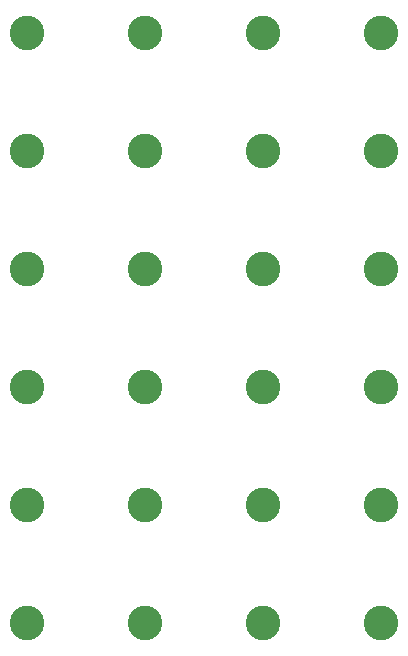
<source format=gbs>
%TF.GenerationSoftware,KiCad,Pcbnew,8.0.8*%
%TF.CreationDate,2025-02-10T21:29:40+00:00*%
%TF.ProjectId,ec30_4x6_jacplane_0.1,65633330-5f34-4783-965f-6a6163706c61,0.1*%
%TF.SameCoordinates,PX8b3c880PY623a7c0*%
%TF.FileFunction,Soldermask,Bot*%
%TF.FilePolarity,Negative*%
%FSLAX46Y46*%
G04 Gerber Fmt 4.6, Leading zero omitted, Abs format (unit mm)*
G04 Created by KiCad (PCBNEW 8.0.8) date 2025-02-10 21:29:40*
%MOMM*%
%LPD*%
G01*
G04 APERTURE LIST*
%ADD10C,2.930000*%
G04 APERTURE END LIST*
D10*
%TO.C,J202*%
X5000000Y5000000D03*
%TD*%
%TO.C,J000*%
X-15000000Y25000000D03*
%TD*%
%TO.C,J201*%
X-5000000Y5000000D03*
%TD*%
%TO.C,J500*%
X-15000000Y-25000000D03*
%TD*%
%TO.C,J400*%
X-15000000Y-15000000D03*
%TD*%
%TO.C,J101*%
X-5000000Y15000000D03*
%TD*%
%TO.C,J403*%
X15000000Y-15000000D03*
%TD*%
%TO.C,J303*%
X15000000Y-5000000D03*
%TD*%
%TO.C,J301*%
X-5000000Y-5000000D03*
%TD*%
%TO.C,J001*%
X-5000000Y25000000D03*
%TD*%
%TO.C,J401*%
X-5000000Y-15000000D03*
%TD*%
%TO.C,J103*%
X15000000Y15000000D03*
%TD*%
%TO.C,J002*%
X5000000Y25000000D03*
%TD*%
%TO.C,J003*%
X15000000Y25000000D03*
%TD*%
%TO.C,J300*%
X-15000000Y-5000000D03*
%TD*%
%TO.C,J102*%
X5000000Y15000000D03*
%TD*%
%TO.C,J502*%
X5000000Y-25000000D03*
%TD*%
%TO.C,J302*%
X5000000Y-5000000D03*
%TD*%
%TO.C,J200*%
X-15000000Y5000000D03*
%TD*%
%TO.C,J203*%
X15000000Y5000000D03*
%TD*%
%TO.C,J100*%
X-15000000Y15000000D03*
%TD*%
%TO.C,J501*%
X-5000000Y-25000000D03*
%TD*%
%TO.C,J503*%
X15000000Y-25000000D03*
%TD*%
%TO.C,J402*%
X5000000Y-15000000D03*
%TD*%
M02*

</source>
